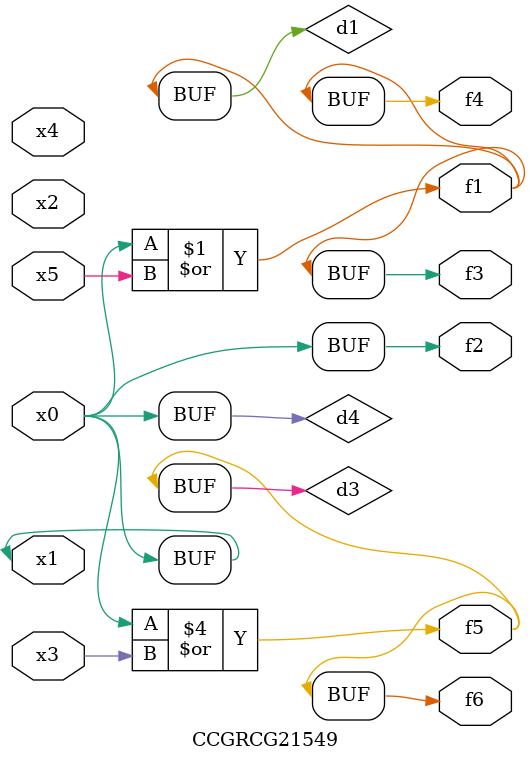
<source format=v>
module CCGRCG21549(
	input x0, x1, x2, x3, x4, x5,
	output f1, f2, f3, f4, f5, f6
);

	wire d1, d2, d3, d4;

	or (d1, x0, x5);
	xnor (d2, x1, x4);
	or (d3, x0, x3);
	buf (d4, x0, x1);
	assign f1 = d1;
	assign f2 = d4;
	assign f3 = d1;
	assign f4 = d1;
	assign f5 = d3;
	assign f6 = d3;
endmodule

</source>
